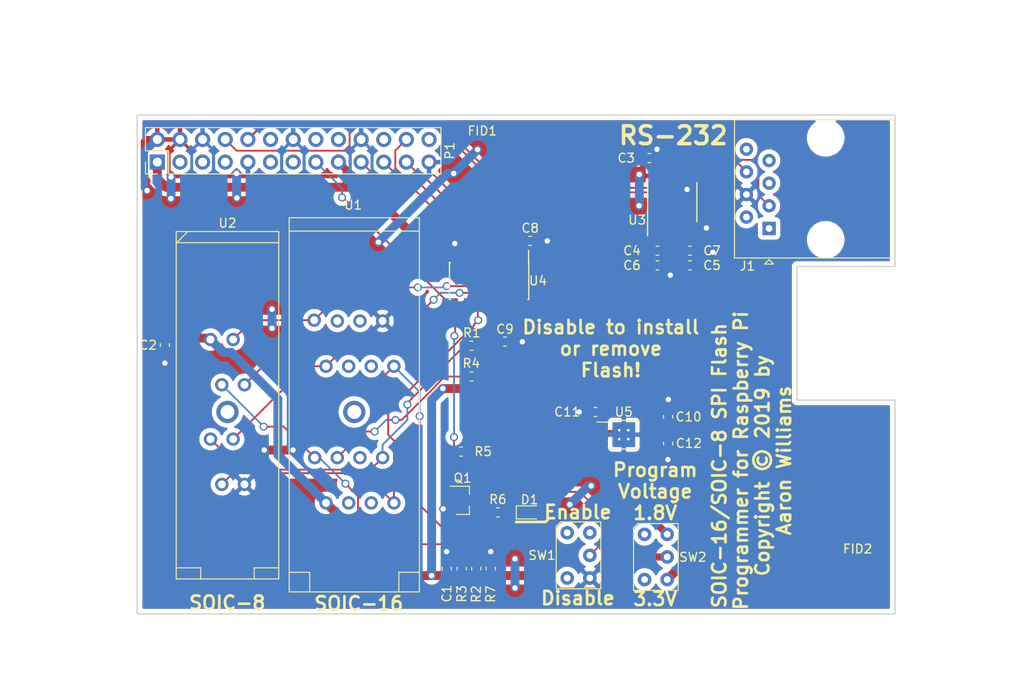
<source format=kicad_pcb>
(kicad_pcb (version 20171130) (host pcbnew 5.0.2-5.0.2)
  (title_block (title "Raspberry Pi SOIC-16 SPI Flash Programmer") (date 2019-01-12) (rev 1.1))
  (layers (0 F.Cu signal) (31 B.Cu signal) (35 F.Paste user) (36 B.SilkS user) (37 F.SilkS user) (38 B.Mask user) (39 F.Mask user) (44 Edge.Cuts user))
  (net 0 "")
  (net 1 +5V)
  (net 2 GND)
  (net 3 +3V3)
  (net 4 "/GPIO0(SDA)")
  (net 5 "/GPIO1(SCL)")
  (net 6 /GPIO4)
  (net 7 /TXD)
  (net 8 /RXD)
  (net 9 /GPIO17)
  (net 10 /GPIO18)
  (net 11 /GPIO21)
  (net 12 /GPIO22)
  (net 13 /GPIO23)
  (net 14 /GPIO24)
  (net 15 "/GPIO10(MOSI)")
  (net 16 "/GPIO9(MISO)")
  (net 17 /GPIO25)
  (net 18 "/GPIO11(SCLK)")
  (net 19 "/GPIO7(CE1)")
  (net 20 /FL_CS0)
  (net 21 "Net-(R2-Pad2)")
  (net 22 "Net-(R3-Pad2)")
  (net 23 "Net-(R4-Pad2)")
  (net 24 "Net-(U1-Pad4)")
  (net 25 "Net-(U1-Pad5)")
  (net 26 "Net-(U1-Pad6)")
  (net 27 "Net-(U1-Pad11)")
  (net 28 "Net-(U1-Pad12)")
  (net 29 "Net-(U1-Pad13)")
  (net 30 "Net-(U1-Pad14)")
  (net 31 "Net-(C4-Pad1)")
  (net 32 "Net-(C4-Pad2)")
  (net 33 "Net-(C5-Pad2)")
  (net 34 "Net-(C5-Pad1)")
  (net 35 "Net-(C6-Pad1)")
  (net 36 "Net-(C7-Pad1)")
  (net 37 "Net-(J1-Pad1)")
  (net 38 "Net-(J1-Pad2)")
  (net 39 "Net-(J1-Pad3)")
  (net 40 "Net-(J1-Pad5)")
  (net 41 "Net-(J1-Pad6)")
  (net 42 "Net-(J1-Pad7)")
  (net 43 "Net-(J1-Pad8)")
  (net 44 "Net-(U3-Pad7)")
  (net 45 "Net-(U3-Pad9)")
  (net 46 VPP)
  (net 47 +1V8)
  (net 48 /SCLK)
  (net 49 /MOSI)
  (net 50 /MISO)
  (net 51 "/GPIO8(CE0)")
  (net 52 "Net-(U4-Pad6)")
  (net 53 "Net-(U4-Pad9)")
  (net 54 "Net-(SW1-Pad1)")
  (net 55 "Net-(D1-Pad1)")
  (net 56 +3.3VP)
  (net 57 "Net-(U5-Pad3)")
  (net 58 "Net-(U5-Pad6)")
  (net 59 "Net-(Q1-Pad3)")
  (module Fiducial:Fiducial_Modern_CopperTop (layer F.Cu) (at 224.3 177.2)
    (fp_text reference FID2 (at 0 -3.5) (layer F.SilkS))
    (fp_text value FIDUCIAL_1MM)
    (fp_circle (center 0 0) (end 1.665 0) (layer F.Cu) (width 0.65))
  )
  (module Fiducial:Fiducial_Modern_CopperTop (layer F.Cu) (at 186.275 128.6)
    (fp_text reference FID1 (at -4.075 -1.825) (layer F.SilkS))
    (fp_text value FIDUCIAL_1MM)
    (fp_circle (center 0 0) (end 1.665 0) (layer F.Cu) (width 0.65))
  )
  (module Aaron:216-7224-55-1902 (layer F.Cu) (at 167.85 158.325 270)
    (fp_text reference U1 (at -23.225 0.125) (layer F.SilkS))
    (fp_text value MX25L25735)
    (pad 0 thru_hole circle (at 0 0 270) (size 2.5 2.5) (drill 1.57) (layers *.Cu *.Mask))
    (pad 1 thru_hole circle (at 5.13 4.445 270) (size 1.5 1.5) (drill 0.89) (layers *.Cu *.Mask) (net 22 "Net-(R3-Pad2)"))
    (pad 2 thru_hole circle (at 10.21 3.175 270) (size 1.5 1.5) (drill 0.89) (layers *.Cu *.Mask) (net 46 VPP))
    (pad 3 thru_hole circle (at 5.13 1.905 270) (size 1.5 1.5) (drill 0.89) (layers *.Cu *.Mask) (net 23 "Net-(R4-Pad2)"))
    (pad 4 thru_hole circle (at 10.21 0.635 270) (size 1.5 1.5) (drill 0.89) (layers *.Cu *.Mask) (net 24 "Net-(U1-Pad4)"))
    (pad 5 thru_hole circle (at 5.13 -0.635 270) (size 1.5 1.5) (drill 0.89) (layers *.Cu *.Mask) (net 25 "Net-(U1-Pad5)"))
    (pad 6 thru_hole circle (at 10.21 -1.905 270) (size 1.5 1.5) (drill 0.89) (layers *.Cu *.Mask) (net 26 "Net-(U1-Pad6)"))
    (pad 7 thru_hole circle (at 5.13 -3.175 270) (size 1.5 1.5) (drill 0.89) (layers *.Cu *.Mask) (net 20 /FL_CS0))
    (pad 8 thru_hole circle (at 10.21 -4.445 270) (size 1.5 1.5) (drill 0.89) (layers *.Cu *.Mask) (net 50 /MISO))
    (pad 9 thru_hole circle (at -5.13 -4.445 270) (size 1.5 1.5) (drill 0.89) (layers *.Cu *.Mask) (net 21 "Net-(R2-Pad2)"))
    (pad 10 thru_hole circle (at -10.21 -3.175 270) (size 1.5 1.5) (drill 0.89) (layers *.Cu *.Mask) (net 2 GND))
    (pad 11 thru_hole circle (at -5.13 -1.905 270) (size 1.5 1.5) (drill 0.89) (layers *.Cu *.Mask) (net 27 "Net-(U1-Pad11)"))
    (pad 12 thru_hole circle (at -10.21 -0.635 270) (size 1.5 1.5) (drill 0.89) (layers *.Cu *.Mask) (net 28 "Net-(U1-Pad12)"))
    (pad 13 thru_hole circle (at -5.13 0.635 270) (size 1.5 1.5) (drill 0.89) (layers *.Cu *.Mask) (net 29 "Net-(U1-Pad13)"))
    (pad 14 thru_hole circle (at -10.21 1.905 270) (size 1.5 1.5) (drill 0.89) (layers *.Cu *.Mask) (net 30 "Net-(U1-Pad14)"))
    (pad 15 thru_hole circle (at -5.13 3.175 270) (size 1.5 1.5) (drill 0.89) (layers *.Cu *.Mask) (net 49 /MOSI))
    (pad 16 thru_hole circle (at -10.3 4.5 270) (size 1.5 1.5) (drill 0.89) (layers *.Cu *.Mask) (net 48 /SCLK))
  )
  (module Aaron:208-7391-55-1902 (layer F.Cu) (at 153.625 158.325 270)
    (fp_text reference U2 (at -21.2 0) (layer F.SilkS))
    (fp_text value AT25SF081-SSHD-X)
    (pad 1 thru_hole circle (at 3.05 1.905 270) (size 1.5 1.5) (drill 0.89) (layers *.Cu *.Mask) (net 20 /FL_CS0))
    (pad 2 thru_hole circle (at 8.13 0.635 270) (size 1.5 1.5) (drill 0.89) (layers *.Cu *.Mask) (net 50 /MISO))
    (pad 3 thru_hole circle (at 3.05 -0.635 270) (size 1.5 1.5) (drill 0.89) (layers *.Cu *.Mask) (net 21 "Net-(R2-Pad2)"))
    (pad 4 thru_hole circle (at 8.13 -1.905 270) (size 1.5 1.5) (drill 0.89) (layers *.Cu *.Mask) (net 2 GND))
    (pad 5 thru_hole circle (at -3.05 -1.905 270) (size 1.5 1.5) (drill 0.89) (layers *.Cu *.Mask) (net 49 /MOSI))
    (pad 7 thru_hole circle (at -3.05 0.635 270) (size 1.5 1.5) (drill 0.89) (layers *.Cu *.Mask) (net 22 "Net-(R3-Pad2)"))
    (pad 6 thru_hole circle (at -8.13 -0.635 270) (size 1.5 1.5) (drill 0.89) (layers *.Cu *.Mask) (net 48 /SCLK))
    (pad 8 thru_hole circle (at -8.13 1.905 270) (size 1.5 1.5) (drill 0.89) (layers *.Cu *.Mask) (net 46 VPP))
    (pad 0 thru_hole circle (at 0 0 270) (size 2.5 2.5) (drill 1.57) (layers *.Cu *.Mask))
  )
  (module Package_TO_SOT_SMD:SOT-23 (layer F.Cu) (at 180 168.25)
    (fp_text reference Q1 (at 0 -2.5) (layer F.SilkS))
    (fp_text value BSS138)
    (pad 3 smd rect (at 1 0) (size 0.9 0.8) (layers F.Cu F.Paste F.Mask) (net 59 "Net-(Q1-Pad3)"))
    (pad 2 smd rect (at -1 0.95) (size 0.9 0.8) (layers F.Cu F.Paste F.Mask) (net 2 GND))
    (pad 1 smd rect (at -1 -0.95) (size 0.9 0.8) (layers F.Cu F.Paste F.Mask) (net 12 /GPIO22))
  )
  (module Capacitor_SMD:C_0603_1608Metric (layer F.Cu) (at 194.9 158.325 180)
    (fp_text reference C11 (at 3.175 0 180) (layer F.SilkS))
    (fp_text value 4.7uF)
    (pad 2 smd roundrect (at 0.7875 0 180) (size 0.875 0.95) (layers F.Cu F.Paste F.Mask) (net 2 GND))
    (pad 1 smd roundrect (at -0.7875 0 180) (size 0.875 0.95) (layers F.Cu F.Paste F.Mask) (net 1 +5V))
  )
  (module Package_SO:MSOP-8-1EP_3x3mm_P0.65mm_EP2.54x2.8mm_ThermalVias (layer F.Cu) (at 198.075 160.875)
    (fp_text reference U5 (at 0 -2.55) (layer F.SilkS))
    (fp_text value MIC5355-SGYMME)
    (pad 9 smd rect (at 0 0) (size 2.54 2.8) (layers B.Cu) (net 2 GND))
    (pad 9 thru_hole circle (at -0.5 -0.5) (size 0.6 0.6) (drill 0.3) (layers *.Cu *.Mask) (net 2 GND))
    (pad 9 thru_hole circle (at -0.5 0.5) (size 0.6 0.6) (drill 0.3) (layers *.Cu *.Mask) (net 2 GND))
    (pad 9 thru_hole circle (at 0.5 0.5) (size 0.6 0.6) (drill 0.3) (layers *.Cu *.Mask) (net 2 GND))
    (pad 9 thru_hole circle (at 0.5 -0.5) (size 0.6 0.6) (drill 0.3) (layers *.Cu *.Mask) (net 2 GND))
    (pad 5 smd rect (at 2.4 0.975) (size 1.26 0.4) (layers F.Cu F.Paste F.Mask) (net 12 /GPIO22))
    (pad 1 smd rect (at -2.4 -0.975) (size 1.26 0.4) (layers F.Cu F.Paste F.Mask) (net 1 +5V))
    (pad 4 smd rect (at -2.4 0.975) (size 1.26 0.4) (layers F.Cu F.Paste F.Mask) (net 12 /GPIO22))
    (pad 6 smd rect (at 2.4 0.325) (size 1.26 0.4) (layers F.Cu F.Paste F.Mask) (net 58 "Net-(U5-Pad6)"))
    (pad 2 smd rect (at -2.4 -0.325) (size 1.26 0.4) (layers F.Cu F.Paste F.Mask) (net 2 GND))
    (pad 3 smd rect (at -2.4 0.325) (size 1.26 0.4) (layers F.Cu F.Paste F.Mask) (net 57 "Net-(U5-Pad3)"))
    (pad 7 smd rect (at 2.4 -0.325) (size 1.26 0.4) (layers F.Cu F.Paste F.Mask) (net 47 +1V8))
    (pad 9 smd rect (at 0 0) (size 2.54 2.8) (layers F.Cu F.Mask) (net 2 GND))
    (pad 8 smd rect (at 2.4 -0.975) (size 1.26 0.4) (layers F.Cu F.Paste F.Mask) (net 56 +3.3VP))
  )
  (module Resistor_SMD:R_0603_1608Metric (layer F.Cu) (at 183.15 175.9 90)
    (fp_text reference R7 (at -2.875 0 90) (layer F.SilkS))
    (fp_text value 4.75K)
    (pad 2 smd roundrect (at 0.7875 0 90) (size 0.875 0.95) (layers F.Cu F.Paste F.Mask) (net 2 GND))
    (pad 1 smd roundrect (at -0.7875 0 90) (size 0.875 0.95) (layers F.Cu F.Paste F.Mask) (net 46 VPP))
  )
  (module LED_SMD:LED_0603_1608Metric (layer F.Cu) (at 187.5 169.6)
    (fp_text reference D1 (at 0 -1.43) (layer F.SilkS))
    (fp_text value LED)
    (pad 2 smd roundrect (at 0.7875 0) (size 0.875 0.95) (layers F.Cu F.Paste F.Mask) (net 1 +5V))
    (pad 1 smd roundrect (at -0.7875 0) (size 0.875 0.95) (layers F.Cu F.Paste F.Mask) (net 55 "Net-(D1-Pad1)"))
  )
  (module Resistor_SMD:R_0603_1608Metric (layer F.Cu) (at 183.95 169.6 180)
    (fp_text reference R6 (at 0 1.45 180) (layer F.SilkS))
    (fp_text value 560)
    (pad 2 smd roundrect (at 0.7875 0 180) (size 0.875 0.95) (layers F.Cu F.Paste F.Mask) (net 59 "Net-(Q1-Pad3)"))
    (pad 1 smd roundrect (at -0.7875 0 180) (size 0.875 0.95) (layers F.Cu F.Paste F.Mask) (net 55 "Net-(D1-Pad1)"))
  )
  (module Capacitor_SMD:C_0603_1608Metric (layer F.Cu) (at 203.05 161.875 270)
    (fp_text reference C12 (at -0.025 -2.325) (layer F.SilkS))
    (fp_text value 4.7uF)
    (pad 2 smd roundrect (at 0.7875 0 270) (size 0.875 0.95) (layers F.Cu F.Paste F.Mask) (net 2 GND))
    (pad 1 smd roundrect (at -0.7875 0 270) (size 0.875 0.95) (layers F.Cu F.Paste F.Mask) (net 47 +1V8))
  )
  (module Aaron:SW_STDP_CF-LD-1DC (layer F.Cu) (at 201.675 174.6)
    (fp_text reference SW2 (at 4.15 0.025) (layer F.SilkS))
    (fp_text value SW_SPDT)
    (pad 0 thru_hole circle (at -1.27 -2.54) (size 1.524 1.524) (drill 0.762) (layers *.Cu *.Mask))
    (pad 0 thru_hole circle (at -1.27 2.54) (size 1.524 1.524) (drill 0.762) (layers *.Cu *.Mask))
    (pad 3 thru_hole circle (at 1.27 2.54) (size 1.524 1.524) (drill 0.762) (layers *.Cu *.Mask) (net 56 +3.3VP))
    (pad 2 thru_hole circle (at 1.27 0) (size 1.524 1.524) (drill 0.762) (layers *.Cu *.Mask) (net 46 VPP))
    (pad 1 thru_hole circle (at 1.27 -2.54) (size 1.524 1.524) (drill 0.762) (layers *.Cu *.Mask) (net 47 +1V8))
  )
  (module Aaron:SW_STDP_CF-LD-1DC (layer F.Cu) (at 193 174.425)
    (fp_text reference SW1 (at -4.1 0) (layer F.SilkS))
    (fp_text value SW_SPDT)
    (pad 0 thru_hole circle (at -1.27 -2.54) (size 1.524 1.524) (drill 0.762) (layers *.Cu *.Mask))
    (pad 0 thru_hole circle (at -1.27 2.54) (size 1.524 1.524) (drill 0.762) (layers *.Cu *.Mask))
    (pad 3 thru_hole circle (at 1.27 2.54) (size 1.524 1.524) (drill 0.762) (layers *.Cu *.Mask) (net 2 GND))
    (pad 2 thru_hole circle (at 1.27 0) (size 1.524 1.524) (drill 0.762) (layers *.Cu *.Mask) (net 12 /GPIO22))
    (pad 1 thru_hole circle (at 1.27 -2.54) (size 1.524 1.524) (drill 0.762) (layers *.Cu *.Mask) (net 54 "Net-(SW1-Pad1)"))
  )
  (module Capacitor_SMD:C_0603_1608Metric (layer F.Cu) (at 203.05 158.875 90)
    (fp_text reference C10 (at 0 2.3 180) (layer F.SilkS))
    (fp_text value 4.7uF)
    (pad 2 smd roundrect (at 0.7875 0 90) (size 0.875 0.95) (layers F.Cu F.Paste F.Mask) (net 2 GND))
    (pad 1 smd roundrect (at -0.7875 0 90) (size 0.875 0.95) (layers F.Cu F.Paste F.Mask) (net 56 +3.3VP))
  )
  (module Capacitor_SMD:C_0603_1608Metric (layer F.Cu) (at 184.75 150.425)
    (fp_text reference C9 (at 0 -1.4) (layer F.SilkS))
    (fp_text value 0.1uF)
    (pad 2 smd roundrect (at 0.7875 0) (size 0.875 0.95) (layers F.Cu F.Paste F.Mask) (net 2 GND))
    (pad 1 smd roundrect (at -0.7875 0) (size 0.875 0.95) (layers F.Cu F.Paste F.Mask) (net 46 VPP))
  )
  (module Capacitor_SMD:C_0603_1608Metric (layer F.Cu) (at 187.575 139.125)
    (fp_text reference C8 (at 0 -1.43) (layer F.SilkS))
    (fp_text value 0.1uF)
    (pad 2 smd roundrect (at 0.7875 0) (size 0.875 0.95) (layers F.Cu F.Paste F.Mask) (net 2 GND))
    (pad 1 smd roundrect (at -0.7875 0) (size 0.875 0.95) (layers F.Cu F.Paste F.Mask) (net 3 +3V3))
  )
  (module Package_SO:SOIC-14_3.9x8.7mm_P1.27mm (layer F.Cu) (at 182.975 143.625 270)
    (fp_text reference U4 (at -0.025 -5.475) (layer F.SilkS))
    (fp_text value TXB0104D)
    (pad 14 smd rect (at 2.7 -3.81 270) (size 1.5 0.6) (layers F.Cu F.Paste F.Mask) (net 46 VPP))
    (pad 13 smd rect (at 2.7 -2.54 270) (size 1.5 0.6) (layers F.Cu F.Paste F.Mask) (net 48 /SCLK))
    (pad 12 smd rect (at 2.7 -1.27 270) (size 1.5 0.6) (layers F.Cu F.Paste F.Mask) (net 20 /FL_CS0))
    (pad 11 smd rect (at 2.7 0 270) (size 1.5 0.6) (layers F.Cu F.Paste F.Mask) (net 49 /MOSI))
    (pad 10 smd rect (at 2.7 1.27 270) (size 1.5 0.6) (layers F.Cu F.Paste F.Mask) (net 50 /MISO))
    (pad 9 smd rect (at 2.7 2.54 270) (size 1.5 0.6) (layers F.Cu F.Paste F.Mask) (net 53 "Net-(U4-Pad9)"))
    (pad 8 smd rect (at 2.7 3.81 270) (size 1.5 0.6) (layers F.Cu F.Paste F.Mask) (net 12 /GPIO22))
    (pad 7 smd rect (at -2.7 3.81 270) (size 1.5 0.6) (layers F.Cu F.Paste F.Mask) (net 2 GND))
    (pad 6 smd rect (at -2.7 2.54 270) (size 1.5 0.6) (layers F.Cu F.Paste F.Mask) (net 52 "Net-(U4-Pad6)"))
    (pad 5 smd rect (at -2.7 1.27 270) (size 1.5 0.6) (layers F.Cu F.Paste F.Mask) (net 15 "/GPIO10(MOSI)"))
    (pad 4 smd rect (at -2.7 0 270) (size 1.5 0.6) (layers F.Cu F.Paste F.Mask) (net 16 "/GPIO9(MISO)"))
    (pad 3 smd rect (at -2.7 -1.27 270) (size 1.5 0.6) (layers F.Cu F.Paste F.Mask) (net 51 "/GPIO8(CE0)"))
    (pad 2 smd rect (at -2.7 -2.54 270) (size 1.5 0.6) (layers F.Cu F.Paste F.Mask) (net 18 "/GPIO11(SCLK)"))
    (pad 1 smd rect (at -2.7 -3.81 270) (size 1.5 0.6) (layers F.Cu F.Paste F.Mask) (net 3 +3V3))
  )
  (module Resistor_SMD:R_0603_1608Metric (layer F.Cu) (at 179.825 162.775 180)
    (fp_text reference R5 (at -2.475 0) (layer F.SilkS))
    (fp_text value 4.75K)
    (pad 2 smd roundrect (at 0.7875 0 180) (size 0.875 0.95) (layers F.Cu F.Paste F.Mask) (net 12 /GPIO22))
    (pad 1 smd roundrect (at -0.7875 0 180) (size 0.875 0.95) (layers F.Cu F.Paste F.Mask) (net 3 +3V3))
  )
  (module Capacitor_SMD:C_0603_1608Metric (layer F.Cu) (at 205.5 140.225)
    (fp_text reference C7 (at 2.475 0) (layer F.SilkS))
    (fp_text value 0.1uF)
    (pad 2 smd roundrect (at 0.7875 0) (size 0.875 0.95) (layers F.Cu F.Paste F.Mask) (net 2 GND))
    (pad 1 smd roundrect (at -0.7875 0) (size 0.875 0.95) (layers F.Cu F.Paste F.Mask) (net 36 "Net-(C7-Pad1)"))
  )
  (module Capacitor_SMD:C_0603_1608Metric (layer F.Cu) (at 201.85 141.875)
    (fp_text reference C6 (at -2.85 0) (layer F.SilkS))
    (fp_text value 0.1uF)
    (pad 2 smd roundrect (at 0.7875 0) (size 0.875 0.95) (layers F.Cu F.Paste F.Mask) (net 2 GND))
    (pad 1 smd roundrect (at -0.7875 0) (size 0.875 0.95) (layers F.Cu F.Paste F.Mask) (net 35 "Net-(C6-Pad1)"))
  )
  (module Capacitor_SMD:C_0603_1608Metric (layer F.Cu) (at 205.5 141.875)
    (fp_text reference C5 (at 2.475 0) (layer F.SilkS))
    (fp_text value 0.1uF)
    (pad 2 smd roundrect (at 0.7875 0) (size 0.875 0.95) (layers F.Cu F.Paste F.Mask) (net 33 "Net-(C5-Pad2)"))
    (pad 1 smd roundrect (at -0.7875 0) (size 0.875 0.95) (layers F.Cu F.Paste F.Mask) (net 34 "Net-(C5-Pad1)"))
  )
  (module Capacitor_SMD:C_0603_1608Metric (layer F.Cu) (at 201.85 140.225)
    (fp_text reference C4 (at -2.85 0) (layer F.SilkS))
    (fp_text value 0.1uF)
    (pad 2 smd roundrect (at 0.7875 0) (size 0.875 0.95) (layers F.Cu F.Paste F.Mask) (net 32 "Net-(C4-Pad2)"))
    (pad 1 smd roundrect (at -0.7875 0) (size 0.875 0.95) (layers F.Cu F.Paste F.Mask) (net 31 "Net-(C4-Pad1)"))
  )
  (module Capacitor_SMD:C_0603_1608Metric (layer F.Cu) (at 200.95 129.825)
    (fp_text reference C3 (at -2.6 0) (layer F.SilkS))
    (fp_text value 0.1uF)
    (pad 2 smd roundrect (at 0.7875 0) (size 0.875 0.95) (layers F.Cu F.Paste F.Mask) (net 2 GND))
    (pad 1 smd roundrect (at -0.7875 0) (size 0.875 0.95) (layers F.Cu F.Paste F.Mask) (net 1 +5V))
  )
  (module Capacitor_SMD:C_0603_1608Metric (layer F.Cu) (at 178.225 175.9 90)
    (fp_text reference C1 (at -2.825 0 90) (layer F.SilkS))
    (fp_text value 0.1uF)
    (pad 2 smd roundrect (at 0.7875 0 90) (size 0.875 0.95) (layers F.Cu F.Paste F.Mask) (net 2 GND))
    (pad 1 smd roundrect (at -0.7875 0 90) (size 0.875 0.95) (layers F.Cu F.Paste F.Mask) (net 46 VPP))
  )
  (module Package_SO:TSSOP-16_4.4x5mm_P0.65mm (layer F.Cu) (at 203.55 134.775 90)
    (fp_text reference U3 (at -2 -3.975) (layer F.SilkS))
    (fp_text value MAX3232)
    (pad 16 smd rect (at 2.95 -2.275 90) (size 1.5 0.45) (layers F.Cu F.Paste F.Mask) (net 1 +5V))
    (pad 15 smd rect (at 2.95 -1.625 90) (size 1.5 0.45) (layers F.Cu F.Paste F.Mask) (net 2 GND))
    (pad 14 smd rect (at 2.95 -0.975 90) (size 1.5 0.45) (layers F.Cu F.Paste F.Mask) (net 39 "Net-(J1-Pad3)"))
    (pad 13 smd rect (at 2.95 -0.325 90) (size 1.5 0.45) (layers F.Cu F.Paste F.Mask) (net 41 "Net-(J1-Pad6)"))
    (pad 12 smd rect (at 2.95 0.325 90) (size 1.5 0.45) (layers F.Cu F.Paste F.Mask) (net 8 /RXD))
    (pad 11 smd rect (at 2.95 0.975 90) (size 1.5 0.45) (layers F.Cu F.Paste F.Mask) (net 7 /TXD))
    (pad 10 smd rect (at 2.95 1.625 90) (size 1.5 0.45) (layers F.Cu F.Paste F.Mask) (net 2 GND))
    (pad 9 smd rect (at 2.95 2.275 90) (size 1.5 0.45) (layers F.Cu F.Paste F.Mask) (net 45 "Net-(U3-Pad9)"))
    (pad 8 smd rect (at -2.95 2.275 90) (size 1.5 0.45) (layers F.Cu F.Paste F.Mask) (net 2 GND))
    (pad 7 smd rect (at -2.95 1.625 90) (size 1.5 0.45) (layers F.Cu F.Paste F.Mask) (net 44 "Net-(U3-Pad7)"))
    (pad 6 smd rect (at -2.95 0.975 90) (size 1.5 0.45) (layers F.Cu F.Paste F.Mask) (net 36 "Net-(C7-Pad1)"))
    (pad 5 smd rect (at -2.95 0.325 90) (size 1.5 0.45) (layers F.Cu F.Paste F.Mask) (net 33 "Net-(C5-Pad2)"))
    (pad 4 smd rect (at -2.95 -0.325 90) (size 1.5 0.45) (layers F.Cu F.Paste F.Mask) (net 34 "Net-(C5-Pad1)"))
    (pad 3 smd rect (at -2.95 -0.975 90) (size 1.5 0.45) (layers F.Cu F.Paste F.Mask) (net 32 "Net-(C4-Pad2)"))
    (pad 2 smd rect (at -2.95 -1.625 90) (size 1.5 0.45) (layers F.Cu F.Paste F.Mask) (net 35 "Net-(C6-Pad1)"))
    (pad 1 smd rect (at -2.95 -2.275 90) (size 1.5 0.45) (layers F.Cu F.Paste F.Mask) (net 31 "Net-(C4-Pad1)"))
  )
  (module Connector_RJ:RJ45_Amphenol_54602-x08_Horizontal (layer F.Cu) (at 214.375 137.725 90)
    (fp_text reference J1 (at -4.225 -2.425 180) (layer F.SilkS))
    (fp_text value RJ45)
    (pad 8 thru_hole circle (at 8.89 -2.54 90) (size 1.5 1.5) (drill 0.76) (layers *.Cu *.Mask) (net 43 "Net-(J1-Pad8)"))
    (pad 7 thru_hole circle (at 7.62 0 90) (size 1.5 1.5) (drill 0.76) (layers *.Cu *.Mask) (net 42 "Net-(J1-Pad7)"))
    (pad 6 thru_hole circle (at 6.35 -2.54 90) (size 1.5 1.5) (drill 0.76) (layers *.Cu *.Mask) (net 41 "Net-(J1-Pad6)"))
    (pad 5 thru_hole circle (at 5.08 0 90) (size 1.5 1.5) (drill 0.76) (layers *.Cu *.Mask) (net 40 "Net-(J1-Pad5)"))
    (pad 4 thru_hole circle (at 3.81 -2.54 90) (size 1.5 1.5) (drill 0.76) (layers *.Cu *.Mask) (net 2 GND))
    (pad 3 thru_hole circle (at 2.54 0 90) (size 1.5 1.5) (drill 0.76) (layers *.Cu *.Mask) (net 39 "Net-(J1-Pad3)"))
    (pad 2 thru_hole circle (at 1.27 -2.54 90) (size 1.5 1.5) (drill 0.76) (layers *.Cu *.Mask) (net 38 "Net-(J1-Pad2)"))
    (pad 1 thru_hole rect (at 0 0 90) (size 1.5 1.5) (drill 0.76) (layers *.Cu *.Mask) (net 37 "Net-(J1-Pad1)"))
    (pad "" np_thru_hole circle (at -1.27 6.35 90) (size 3.2 3.2) (drill 3.2) (layers *.Cu *.Mask))
    (pad "" np_thru_hole circle (at 10.16 6.35 90) (size 3.2 3.2) (drill 3.2) (layers *.Cu *.Mask))
  )
  (module Capacitor_SMD:C_0603_1608Metric (layer F.Cu) (at 146.6 150.825 270)
    (fp_text reference C2 (at 0 1.875) (layer F.SilkS))
    (fp_text value 0.1uF)
    (pad 2 smd roundrect (at 0.7875 0 270) (size 0.875 0.95) (layers F.Cu F.Paste F.Mask) (net 2 GND))
    (pad 1 smd roundrect (at -0.7875 0 270) (size 0.875 0.95) (layers F.Cu F.Paste F.Mask) (net 46 VPP))
  )
  (module Resistor_SMD:R_0603_1608Metric (layer F.Cu) (at 181 154.35 180)
    (fp_text reference R4 (at 0.025 1.475 180) (layer F.SilkS))
    (fp_text value 4.75K)
    (pad 2 smd roundrect (at 0.7875 0 180) (size 0.875 0.95) (layers F.Cu F.Paste F.Mask) (net 23 "Net-(R4-Pad2)"))
    (pad 1 smd roundrect (at -0.7875 0 180) (size 0.875 0.95) (layers F.Cu F.Paste F.Mask) (net 46 VPP))
  )
  (module Resistor_SMD:R_0603_1608Metric (layer F.Cu) (at 179.9 175.9 90)
    (fp_text reference R3 (at -2.85 0 90) (layer F.SilkS))
    (fp_text value 4.75K)
    (pad 2 smd roundrect (at 0.7875 0 90) (size 0.875 0.95) (layers F.Cu F.Paste F.Mask) (net 22 "Net-(R3-Pad2)"))
    (pad 1 smd roundrect (at -0.7875 0 90) (size 0.875 0.95) (layers F.Cu F.Paste F.Mask) (net 46 VPP))
  )
  (module Resistor_SMD:R_0603_1608Metric (layer F.Cu) (at 181.525 175.9 90)
    (fp_text reference R2 (at -2.875 0 90) (layer F.SilkS))
    (fp_text value 4.75K)
    (pad 2 smd roundrect (at 0.7875 0 90) (size 0.875 0.95) (layers F.Cu F.Paste F.Mask) (net 21 "Net-(R2-Pad2)"))
    (pad 1 smd roundrect (at -0.7875 0 90) (size 0.875 0.95) (layers F.Cu F.Paste F.Mask) (net 46 VPP))
  )
  (module Resistor_SMD:R_0603_1608Metric (layer F.Cu) (at 181 150.9 180)
    (fp_text reference R1 (at -0.025 1.45 180) (layer F.SilkS))
    (fp_text value 4.75K)
    (pad 2 smd roundrect (at 0.7875 0 180) (size 0.875 0.95) (layers F.Cu F.Paste F.Mask) (net 20 /FL_CS0))
    (pad 1 smd roundrect (at -0.7875 0 180) (size 0.875 0.95) (layers F.Cu F.Paste F.Mask) (net 46 VPP))
  )
  (module Connector_PinHeader_2.54mm:PinHeader_2x13_P2.54mm_Vertical (layer F.Cu) (at 145.75536 130.27914 90)
    (fp_text reference P1 (at 1.27 32.80664 270) (layer F.SilkS))
    (fp_text value CONN_13X2)
    (pad 26 thru_hole oval (at 2.54 30.48 90) (size 1.7 1.7) (drill 1) (layers *.Cu *.Mask) (net 19 "/GPIO7(CE1)"))
    (pad 25 thru_hole oval (at 0 30.48 90) (size 1.7 1.7) (drill 1) (layers *.Cu *.Mask) (net 2 GND))
    (pad 24 thru_hole oval (at 2.54 27.94 90) (size 1.7 1.7) (drill 1) (layers *.Cu *.Mask) (net 51 "/GPIO8(CE0)"))
    (pad 23 thru_hole oval (at 0 27.94 90) (size 1.7 1.7) (drill 1) (layers *.Cu *.Mask) (net 18 "/GPIO11(SCLK)"))
    (pad 22 thru_hole oval (at 2.54 25.4 90) (size 1.7 1.7) (drill 1) (layers *.Cu *.Mask) (net 17 /GPIO25))
    (pad 21 thru_hole oval (at 0 25.4 90) (size 1.7 1.7) (drill 1) (layers *.Cu *.Mask) (net 16 "/GPIO9(MISO)"))
    (pad 20 thru_hole oval (at 2.54 22.86 90) (size 1.7 1.7) (drill 1) (layers *.Cu *.Mask) (net 2 GND))
    (pad 19 thru_hole oval (at 0 22.86 90) (size 1.7 1.7) (drill 1) (layers *.Cu *.Mask) (net 15 "/GPIO10(MOSI)"))
    (pad 18 thru_hole oval (at 2.54 20.32 90) (size 1.7 1.7) (drill 1) (layers *.Cu *.Mask) (net 14 /GPIO24))
    (pad 17 thru_hole oval (at 0 20.32 90) (size 1.7 1.7) (drill 1) (layers *.Cu *.Mask) (net 3 +3V3))
    (pad 16 thru_hole oval (at 2.54 17.78 90) (size 1.7 1.7) (drill 1) (layers *.Cu *.Mask) (net 13 /GPIO23))
    (pad 15 thru_hole oval (at 0 17.78 90) (size 1.7 1.7) (drill 1) (layers *.Cu *.Mask) (net 12 /GPIO22))
    (pad 14 thru_hole oval (at 2.54 15.24 90) (size 1.7 1.7) (drill 1) (layers *.Cu *.Mask) (net 2 GND))
    (pad 13 thru_hole oval (at 0 15.24 90) (size 1.7 1.7) (drill 1) (layers *.Cu *.Mask) (net 11 /GPIO21))
    (pad 12 thru_hole oval (at 2.54 12.7 90) (size 1.7 1.7) (drill 1) (layers *.Cu *.Mask) (net 10 /GPIO18))
    (pad 11 thru_hole oval (at 0 12.7 90) (size 1.7 1.7) (drill 1) (layers *.Cu *.Mask) (net 9 /GPIO17))
    (pad 10 thru_hole oval (at 2.54 10.16 90) (size 1.7 1.7) (drill 1) (layers *.Cu *.Mask) (net 8 /RXD))
    (pad 9 thru_hole oval (at 0 10.16 90) (size 1.7 1.7) (drill 1) (layers *.Cu *.Mask) (net 2 GND))
    (pad 8 thru_hole oval (at 2.54 7.62 90) (size 1.7 1.7) (drill 1) (layers *.Cu *.Mask) (net 7 /TXD))
    (pad 7 thru_hole oval (at 0 7.62 90) (size 1.7 1.7) (drill 1) (layers *.Cu *.Mask) (net 6 /GPIO4))
    (pad 6 thru_hole oval (at 2.54 5.08 90) (size 1.7 1.7) (drill 1) (layers *.Cu *.Mask) (net 2 GND))
    (pad 5 thru_hole oval (at 0 5.08 90) (size 1.7 1.7) (drill 1) (layers *.Cu *.Mask) (net 5 "/GPIO1(SCL)"))
    (pad 4 thru_hole oval (at 2.54 2.54 90) (size 1.7 1.7) (drill 1) (layers *.Cu *.Mask) (net 1 +5V))
    (pad 3 thru_hole oval (at 0 2.54 90) (size 1.7 1.7) (drill 1) (layers *.Cu *.Mask) (net 4 "/GPIO0(SDA)"))
    (pad 2 thru_hole oval (at 2.54 0 90) (size 1.7 1.7) (drill 1) (layers *.Cu *.Mask) (net 1 +5V))
    (pad 1 thru_hole rect (at 0 0 90) (size 1.7 1.7) (drill 1) (layers *.Cu *.Mask) (net 3 +3V3))
  )
  (gr_line (start 189.3 170.675) (end 189.575 170.4) (layer F.SilkS) (width 0.3))
  (gr_line (start 186 170.675) (end 189.3 170.675) (layer F.SilkS) (width 0.3))
  (gr_text "Disable to install\nor remove\nFlash!" (at 196.625 151.225) (layer F.SilkS) (effects (font (size 1.5 1.5) (thickness 0.3))))
  (gr_text "Program\nVoltage\n1.8V\n\n\n\n3.3V" (at 201.6 172.075) (layer F.SilkS) (effects (font (size 1.5 1.5) (thickness 0.3))))
  (gr_text "Enable\n\n\n\nDisable" (at 192.925 174.4) (layer F.SilkS) (effects (font (size 1.5 1.5) (thickness 0.3))))
  (gr_text RS-232 (at 203.625 127.3) (layer F.SilkS) (effects (font (size 2 2) (thickness 0.4))))
  (gr_text SOIC-8 (at 153.6 179.75) (layer F.SilkS) (effects (font (size 1.5 1.5) (thickness 0.3))))
  (gr_text SOIC-16 (at 168.35 179.825) (layer F.SilkS) (effects (font (size 1.5 1.5) (thickness 0.3))))
  (gr_text "SOIC-16/SOIC-8 SPI Flash \nProgrammer for Raspberry Pi\nCopyright © 2019 by \nAaron Williams" (at 212.425 163.775 90) (layer F.SilkS) (effects (font (size 1.5 1.5) (thickness 0.3))))
  (gr_line (start 228.5 142) (end 228.5 125) (angle 90) (layer Edge.Cuts) (width 0.15))
  (gr_line (start 217.5 142) (end 228.5 142) (angle 90) (layer Edge.Cuts) (width 0.15))
  (gr_line (start 217.5 157) (end 217.5 142) (angle 90) (layer Edge.Cuts) (width 0.15))
  (gr_line (start 228.5 157) (end 217.5 157) (angle 90) (layer Edge.Cuts) (width 0.15))
  (gr_line (start 228.5 181) (end 228.5 157) (angle 90) (layer Edge.Cuts) (width 0.15))
  (gr_line (start 228.5 125) (end 143.5 125) (angle 90) (layer Edge.Cuts) (width 0.15))
  (gr_line (start 143.5 181) (end 228.5 181) (angle 90) (layer Edge.Cuts) (width 0.15))
  (gr_line (start 143.5 125) (end 143.5 181) (angle 90) (layer Edge.Cuts) (width 0.15))
  (segment (start 145.75536 127.73914) (end 144.553279 127.73914) (width 0.8) (layer F.Cu) (net 1))
  (segment (start 144.305359 127.98706) (end 144.305359 132.080359) (width 0.8) (layer F.Cu) (net 1))
  (segment (start 144.553279 127.73914) (end 144.305359 127.98706) (width 0.8) (layer F.Cu) (net 1))
  (segment (start 144.305359 132.080359) (end 144.6 132.375) (width 0.8) (layer F.Cu) (net 1))
  (segment (start 201.275 130.9375) (end 200.1625 129.825) (width 0.4) (layer F.Cu) (net 1))
  (segment (start 201.275 131.825) (end 201.275 130.9375) (width 0.4) (layer F.Cu) (net 1))
  (via (at 199.825 131.675) (size 0.9) (drill 0.6) (layers F.Cu B.Cu) (net 1))
  (via (at 199.8 135.175) (size 0.9) (drill 0.6) (layers F.Cu B.Cu) (net 1))
  (segment (start 199.825 131.675) (end 199.825 135.15) (width 1) (layer B.Cu) (net 1))
  (segment (start 199.825 135.15) (end 199.8 135.175) (width 1) (layer B.Cu) (net 1))
  (via (at 179 131.55) (size 0.9) (drill 0.6) (layers F.Cu B.Cu) (net 1))
  (via (at 181.675 128.875) (size 0.9) (drill 0.6) (layers F.Cu B.Cu) (net 1))
  (segment (start 179 131.55) (end 181.675 128.875) (width 1) (layer B.Cu) (net 1))
  (via (at 170.554063 139.274738) (size 0.9) (drill 0.6) (layers F.Cu B.Cu) (net 1))
  (segment (start 179 131.55) (end 178.278801 131.55) (width 1) (layer B.Cu) (net 1))
  (segment (start 171.004062 138.824739) (end 170.554063 139.274738) (width 1) (layer B.Cu) (net 1))
  (segment (start 178.278801 131.55) (end 171.004062 138.824739) (width 1) (layer B.Cu) (net 1))
  (segment (start 144.905361 128.589139) (end 144.760861 128.589139) (width 0.8) (layer B.Cu) (net 1))
  (segment (start 145.75536 127.73914) (end 144.905361 128.589139) (width 0.8) (layer B.Cu) (net 1))
  (via (at 144.6 133.475) (size 0.9) (drill 0.6) (layers F.Cu B.Cu) (net 1))
  (segment (start 144.305359 133.180359) (end 144.6 133.475) (width 0.8) (layer B.Cu) (net 1))
  (segment (start 144.760861 128.589139) (end 144.305359 129.044641) (width 0.8) (layer B.Cu) (net 1))
  (segment (start 144.305359 129.044641) (end 144.305359 133.180359) (width 0.8) (layer B.Cu) (net 1))
  (via (at 147.3 131.95) (size 0.9) (drill 0.6) (layers F.Cu B.Cu) (net 1))
  (segment (start 147.070359 131.720359) (end 147.3 131.95) (width 0.35) (layer F.Cu) (net 1))
  (segment (start 148.29536 127.73914) (end 147.070359 128.964141) (width 0.35) (layer F.Cu) (net 1))
  (segment (start 147.070359 128.964141) (end 147.070359 131.720359) (width 0.35) (layer F.Cu) (net 1))
  (via (at 147.275 134.375) (size 0.9) (drill 0.6) (layers F.Cu B.Cu) (net 1))
  (segment (start 147.3 131.95) (end 147.3 134.35) (width 1) (layer B.Cu) (net 1))
  (segment (start 147.3 134.35) (end 147.275 134.375) (width 1) (layer B.Cu) (net 1))
  (segment (start 148.29536 127.73914) (end 149.610359 129.054139) (width 0.35) (layer F.Cu) (net 1))
  (segment (start 149.610359 129.054139) (end 149.625 131.725) (width 0.3) (layer F.Cu) (net 1))
  (via (at 154.65 131.55) (size 0.9) (drill 0.6) (layers F.Cu B.Cu) (net 1))
  (via (at 154.675 134.3) (size 0.9) (drill 0.6) (layers F.Cu B.Cu) (net 1))
  (segment (start 154.65 131.55) (end 154.65 134.275) (width 1) (layer B.Cu) (net 1))
  (segment (start 154.65 134.275) (end 154.675 134.3) (width 1) (layer B.Cu) (net 1))
  (via (at 194.425 166.625) (size 0.9) (drill 0.6) (layers F.Cu B.Cu) (net 1))
  (via (at 192.025 168.725) (size 0.9) (drill 0.6) (layers F.Cu B.Cu) (net 1))
  (segment (start 194.425 166.625) (end 194.125 166.625) (width 1) (layer B.Cu) (net 1))
  (segment (start 194.125 166.625) (end 192.025 168.725) (width 1) (layer B.Cu) (net 1))
  (via (at 185.875 174.825) (size 0.9) (drill 0.6) (layers F.Cu B.Cu) (net 1))
  (via (at 185.875 178.075) (size 0.9) (drill 0.6) (layers F.Cu B.Cu) (net 1))
  (segment (start 185.875 174.825) (end 185.875 178.075) (width 1) (layer B.Cu) (net 1))
  (via (at 158.625 146.8) (size 0.9) (drill 0.6) (layers F.Cu B.Cu) (net 1))
  (via (at 158.625 148.925) (size 0.9) (drill 0.6) (layers F.Cu B.Cu) (net 1))
  (segment (start 158.625 146.8) (end 158.625 148.925) (width 1) (layer B.Cu) (net 1))
  (segment (start 201.925 130.05) (end 201.7 129.825) (width 0.25) (layer F.Cu) (net 2))
  (segment (start 201.925 131.825) (end 201.925 130.05) (width 0.25) (layer F.Cu) (net 2))
  (via (at 201.79999 128.832071) (size 0.9) (drill 0.6) (layers F.Cu B.Cu) (net 2))
  (segment (start 201.7 129.825) (end 201.7 128.932061) (width 0.25) (layer F.Cu) (net 2))
  (segment (start 201.7 128.932061) (end 201.79999 128.832071) (width 0.25) (layer F.Cu) (net 2))
  (via (at 207.35 137.675) (size 0.9) (drill 0.6) (layers F.Cu B.Cu) (net 2))
  (segment (start 205.825 137.725) (end 207.3 137.725) (width 0.25) (layer F.Cu) (net 2))
  (segment (start 207.3 137.725) (end 207.35 137.675) (width 0.25) (layer F.Cu) (net 2))
  (segment (start 205.9 137.8) (end 205.825 137.725) (width 0.25) (layer F.Cu) (net 2))
  (segment (start 202.6 141.875) (end 202.6 142.275) (width 0.2) (layer F.Cu) (net 2))
  (via (at 203.3 142.975) (size 0.9) (drill 0.6) (layers F.Cu B.Cu) (net 2))
  (segment (start 202.6 142.275) (end 203.3 142.975) (width 0.2) (layer F.Cu) (net 2))
  (segment (start 205.825 139.7625) (end 206.2875 140.225) (width 0.2) (layer F.Cu) (net 2))
  (segment (start 205.825 137.725) (end 205.825 139.7625) (width 0.2) (layer F.Cu) (net 2))
  (via (at 203.075 156.925) (size 0.9) (drill 0.6) (layers F.Cu B.Cu) (net 2))
  (segment (start 203.05 158.0875) (end 203.05 156.95) (width 0.5) (layer F.Cu) (net 2))
  (segment (start 203.05 156.95) (end 203.075 156.925) (width 0.5) (layer F.Cu) (net 2))
  (segment (start 197.75 160.55) (end 198.075 160.875) (width 0.4) (layer F.Cu) (net 2))
  (segment (start 195.675 160.55) (end 197.75 160.55) (width 0.4) (layer F.Cu) (net 2))
  (via (at 203.025 163.675) (size 0.9) (drill 0.6) (layers F.Cu B.Cu) (net 2))
  (segment (start 203.05 162.6625) (end 203.05 163.65) (width 0.5) (layer F.Cu) (net 2))
  (segment (start 203.05 163.65) (end 203.025 163.675) (width 0.5) (layer F.Cu) (net 2))
  (segment (start 206.4625 140.4) (end 206.2875 140.225) (width 0.5) (layer F.Cu) (net 2))
  (segment (start 194.1125 158.325) (end 193.075 158.325) (width 0.5) (layer F.Cu) (net 2))
  (segment (start 208.075 140.4) (end 208.075 140.4) (width 0.5) (layer F.Cu) (net 2))
  (via (at 193.075 158.325) (size 0.9) (drill 0.6) (layers F.Cu B.Cu) (net 2))
  (segment (start 194.645 160.55) (end 194.1125 160.0175) (width 0.4) (layer F.Cu) (net 2))
  (segment (start 194.1125 160.0175) (end 194.1125 158.325) (width 0.4) (layer F.Cu) (net 2))
  (segment (start 195.675 160.55) (end 194.645 160.55) (width 0.4) (layer F.Cu) (net 2))
  (via (at 177.825 169.2) (size 0.9) (drill 0.6) (layers F.Cu B.Cu) (net 2))
  (segment (start 179 169.2) (end 177.825 169.2) (width 0.5) (layer F.Cu) (net 2))
  (segment (start 208.075 140.4) (end 206.4625 140.4) (width 0.5) (layer F.Cu) (net 2))
  (via (at 208.075 140.4) (size 0.9) (drill 0.6) (layers F.Cu B.Cu) (net 2))
  (via (at 205.175 133.35) (size 0.9) (drill 0.6) (layers F.Cu B.Cu) (net 2))
  (segment (start 205.175 131.825) (end 205.175 133.35) (width 0.2) (layer F.Cu) (net 2))
  (via (at 189.5 139.125) (size 0.9) (drill 0.6) (layers F.Cu B.Cu) (net 2))
  (segment (start 188.3625 139.125) (end 189.5 139.125) (width 1) (layer F.Cu) (net 2))
  (via (at 179.125 139.425) (size 0.9) (drill 0.6) (layers F.Cu B.Cu) (net 2))
  (segment (start 179.165 140.925) (end 179.165 139.465) (width 0.4) (layer F.Cu) (net 2))
  (segment (start 179.165 139.465) (end 179.125 139.425) (width 0.4) (layer F.Cu) (net 2))
  (via (at 183.15 174) (size 0.9) (drill 0.6) (layers F.Cu B.Cu) (net 2))
  (segment (start 183.15 175.1125) (end 183.15 174) (width 1) (layer F.Cu) (net 2))
  (via (at 186.7 150.45) (size 0.9) (drill 0.6) (layers F.Cu B.Cu) (net 2))
  (segment (start 185.525 150.425) (end 186.675 150.425) (width 1) (layer F.Cu) (net 2))
  (segment (start 186.675 150.425) (end 186.7 150.45) (width 1) (layer F.Cu) (net 2))
  (segment (start 160.99536 127.73914) (end 159.7 129.0345) (width 0.35) (layer B.Cu) (net 2))
  (segment (start 159.7 129.0345) (end 159.7 131.55) (width 0.35) (layer B.Cu) (net 2))
  (segment (start 152.060361 128.964141) (end 152.060361 131.939639) (width 0.35) (layer B.Cu) (net 2))
  (segment (start 150.83536 127.73914) (end 152.060361 128.964141) (width 0.35) (layer B.Cu) (net 2))
  (segment (start 149.610359 128.964141) (end 149.610359 131.939641) (width 0.3) (layer B.Cu) (net 2))
  (segment (start 150.83536 127.73914) (end 149.610359 128.964141) (width 0.35) (layer B.Cu) (net 2))
  (segment (start 162.220361 128.964141) (end 162.220361 131.704639) (width 0.35) (layer B.Cu) (net 2))
  (segment (start 160.99536 127.73914) (end 162.220361 128.964141) (width 0.35) (layer B.Cu) (net 2))
  (segment (start 167.390359 128.964141) (end 167.390359 131.640359) (width 0.35) (layer B.Cu) (net 2))
  (segment (start 168.61536 127.73914) (end 167.390359 128.964141) (width 0.35) (layer B.Cu) (net 2))
  (segment (start 169.840361 128.964141) (end 169.840361 131.615361) (width 0.35) (layer B.Cu) (net 2))
  (segment (start 168.61536 127.73914) (end 169.840361 128.964141) (width 0.35) (layer B.Cu) (net 2))
  (via (at 178.2 174) (size 0.9) (drill 0.6) (layers F.Cu B.Cu) (net 2))
  (segment (start 178.225 175.0875) (end 178.225 174.025) (width 1) (layer F.Cu) (net 2))
  (segment (start 178.225 174.025) (end 178.2 174) (width 1) (layer F.Cu) (net 2))
  (via (at 146.6 152.85) (size 0.9) (drill 0.6) (layers F.Cu B.Cu) (net 2))
  (segment (start 146.6 151.6125) (end 146.6 152.85) (width 1) (layer F.Cu) (net 2))
  (via (at 160.975 162.6) (size 0.9) (drill 0.6) (layers F.Cu B.Cu) (net 2))
  (via (at 157.75 162.6) (size 0.9) (drill 0.6) (layers F.Cu B.Cu) (net 2))
  (segment (start 160.975 162.6) (end 157.75 162.6) (width 1) (layer F.Cu) (net 2))
  (segment (start 186.785 142.675) (end 186.785 140.925) (width 1) (layer F.Cu) (net 3))
  (segment (start 186.035 143.425) (end 186.785 142.675) (width 1) (layer F.Cu) (net 3))
  (segment (start 186.785 139.1275) (end 186.7875 139.125) (width 1) (layer F.Cu) (net 3))
  (segment (start 186.785 140.925) (end 186.785 139.1275) (width 1) (layer F.Cu) (net 3))
  (segment (start 186.035 143.425) (end 187.525 143.425) (width 1) (layer F.Cu) (net 3))
  (segment (start 187.525 143.425) (end 189.25 145.15) (width 1) (layer F.Cu) (net 3))
  (segment (start 189.25 154.1375) (end 180.6125 162.775) (width 1) (layer F.Cu) (net 3))
  (segment (start 189.25 145.15) (end 189.25 154.1375) (width 1) (layer F.Cu) (net 3))
  (segment (start 145.75536 130.27914) (end 145.75536 132.12914) (width 1) (layer F.Cu) (net 3))
  (segment (start 145.75536 132.12914) (end 146.726222 133.100002) (width 1) (layer F.Cu) (net 3))
  (segment (start 166.925359 133.075361) (end 166.95 133.100002) (width 0.8) (layer F.Cu) (net 3))
  (segment (start 166.925359 131.129139) (end 166.925359 133.075361) (width 0.8) (layer F.Cu) (net 3))
  (segment (start 166.07536 130.27914) (end 166.925359 131.129139) (width 0.8) (layer F.Cu) (net 3))
  (segment (start 146.726222 133.100002) (end 166.95 133.100002) (width 1) (layer F.Cu) (net 3))
  (segment (start 186.015488 143.405488) (end 186.035 143.425) (width 1) (layer F.Cu) (net 3))
  (segment (start 179.382492 143.405488) (end 186.015488 143.405488) (width 1) (layer F.Cu) (net 3))
  (segment (start 166.95 133.100002) (end 169.077006 133.100002) (width 1) (layer F.Cu) (net 3))
  (segment (start 169.077006 133.100002) (end 179.382492 143.405488) (width 1) (layer F.Cu) (net 3))
  (segment (start 204.525 132.775) (end 204.525 131.825) (width 0.2) (layer F.Cu) (net 7))
  (segment (start 203.625 133.675) (end 204.525 132.775) (width 0.2) (layer F.Cu) (net 7))
  (segment (start 177.3 126.375) (end 184.6 133.675) (width 0.2) (layer F.Cu) (net 7))
  (segment (start 184.6 133.675) (end 203.625 133.675) (width 0.2) (layer F.Cu) (net 7))
  (segment (start 154.63622 129) (end 166.725 129) (width 0.2) (layer F.Cu) (net 7))
  (segment (start 153.37536 127.73914) (end 154.63622 129) (width 0.2) (layer F.Cu) (net 7))
  (segment (start 166.725 129) (end 167.325 128.4) (width 0.2) (layer F.Cu) (net 7))
  (segment (start 167.325 128.4) (end 167.325 127.1) (width 0.2) (layer F.Cu) (net 7))
  (segment (start 167.325 127.1) (end 168.05 126.375) (width 0.2) (layer F.Cu) (net 7))
  (segment (start 168.05 126.375) (end 177.3 126.375) (width 0.2) (layer F.Cu) (net 7))
  (segment (start 156.765359 126.889141) (end 155.91536 127.73914) (width 0.25) (layer F.Cu) (net 8))
  (segment (start 157.804511 125.849989) (end 156.765359 126.889141) (width 0.25) (layer F.Cu) (net 8))
  (segment (start 178.300011 126.7136) (end 177.4364 125.849989) (width 0.25) (layer F.Cu) (net 8))
  (segment (start 177.4364 125.849989) (end 157.804511 125.849989) (width 0.25) (layer F.Cu) (net 8))
  (segment (start 184.7614 133.174989) (end 178.300011 126.7136) (width 0.2) (layer F.Cu) (net 8))
  (segment (start 203.475011 133.174989) (end 184.7614 133.174989) (width 0.2) (layer F.Cu) (net 8))
  (segment (start 203.875 132.775) (end 203.475011 133.174989) (width 0.2) (layer F.Cu) (net 8))
  (segment (start 203.875 131.825) (end 203.875 132.775) (width 0.2) (layer F.Cu) (net 8))
  (segment (start 196.6 172.095) (end 194.27 174.425) (width 0.2) (layer F.Cu) (net 12))
  (segment (start 200.475 164.775) (end 200.475 162.55) (width 0.2) (layer F.Cu) (net 12))
  (segment (start 200.475 162.55) (end 200.475 161.85) (width 0.2) (layer F.Cu) (net 12))
  (segment (start 199.175 166.05) (end 199.2 166.05) (width 0.2) (layer F.Cu) (net 12))
  (segment (start 195.675 162.55) (end 199.175 166.05) (width 0.2) (layer F.Cu) (net 12))
  (segment (start 195.675 161.85) (end 195.675 162.55) (width 0.2) (layer F.Cu) (net 12))
  (segment (start 199.2 166.05) (end 200.475 164.775) (width 0.2) (layer F.Cu) (net 12))
  (segment (start 196.6 170.75) (end 196.6 172.095) (width 0.2) (layer F.Cu) (net 12))
  (segment (start 196.6 168.65) (end 196.6 170.75) (width 0.2) (layer F.Cu) (net 12))
  (segment (start 199.2 166.05) (end 196.6 168.65) (width 0.2) (layer F.Cu) (net 12))
  (segment (start 179 162.8125) (end 179.0375 162.775) (width 0.2) (layer F.Cu) (net 12))
  (segment (start 179 167.3) (end 179 162.8125) (width 0.2) (layer F.Cu) (net 12))
  (via (at 166.475 134.250012) (size 0.9) (drill 0.6) (layers F.Cu B.Cu) (net 12))
  (segment (start 178.665 146.325) (end 166.590012 134.250012) (width 0.2) (layer F.Cu) (net 12))
  (segment (start 166.590012 134.250012) (end 166.475 134.250012) (width 0.2) (layer F.Cu) (net 12))
  (segment (start 179.165 146.325) (end 178.665 146.325) (width 0.2) (layer F.Cu) (net 12))
  (segment (start 163.53536 130.27914) (end 166.475 133.21878) (width 0.2) (layer B.Cu) (net 12))
  (segment (start 166.475 133.21878) (end 166.475 133.613616) (width 0.2) (layer B.Cu) (net 12))
  (segment (start 166.475 133.613616) (end 166.475 134.250012) (width 0.2) (layer B.Cu) (net 12))
  (via (at 179.0375 161.15) (size 0.9) (drill 0.6) (layers F.Cu B.Cu) (net 12))
  (segment (start 179.15 149.693184) (end 179.071592 149.771592) (width 0.2) (layer F.Cu) (net 12))
  (segment (start 179.0375 149.805684) (end 179.071592 149.771592) (width 0.2) (layer B.Cu) (net 12))
  (segment (start 179.165 146.325) (end 179.165 149.678184) (width 0.2) (layer F.Cu) (net 12))
  (segment (start 179.165 149.678184) (end 179.15 149.693184) (width 0.2) (layer F.Cu) (net 12))
  (segment (start 179.0375 161.15) (end 179.0375 149.805684) (width 0.2) (layer B.Cu) (net 12))
  (via (at 179.071592 149.771592) (size 0.9) (drill 0.6) (layers F.Cu B.Cu) (net 12))
  (segment (start 179.95 167.3) (end 179 167.3) (width 0.2) (layer F.Cu) (net 12))
  (segment (start 193.15 167.3) (end 179.95 167.3) (width 0.2) (layer F.Cu) (net 12))
  (segment (start 196.6 170.75) (end 193.15 167.3) (width 0.2) (layer F.Cu) (net 12))
  (segment (start 179.0375 162.775) (end 179.0375 161.15) (width 0.2) (layer F.Cu) (net 12))
  (segment (start 181.705 140.475) (end 174.08 132.85) (width 0.2) (layer F.Cu) (net 15))
  (segment (start 181.705 140.925) (end 181.705 140.475) (width 0.2) (layer F.Cu) (net 15))
  (segment (start 171.18622 132.85) (end 168.61536 130.27914) (width 0.2) (layer F.Cu) (net 15))
  (segment (start 174.08 132.85) (end 171.18622 132.85) (width 0.2) (layer F.Cu) (net 15))
  (segment (start 173.301242 132.425022) (end 172.005359 131.129139) (width 0.2) (layer F.Cu) (net 16))
  (segment (start 172.005359 131.129139) (end 171.15536 130.27914) (width 0.2) (layer F.Cu) (net 16))
  (segment (start 182.975 140.925) (end 182.975 140.475) (width 0.2) (layer F.Cu) (net 16))
  (segment (start 174.925022 132.425022) (end 173.301242 132.425022) (width 0.2) (layer F.Cu) (net 16))
  (segment (start 182.975 140.475) (end 174.925022 132.425022) (width 0.2) (layer F.Cu) (net 16))
  (segment (start 176.665 131.625) (end 175.04122 131.625) (width 0.2) (layer F.Cu) (net 18))
  (segment (start 175.04122 131.625) (end 174.545359 131.129139) (width 0.2) (layer F.Cu) (net 18))
  (segment (start 174.545359 131.129139) (end 173.69536 130.27914) (width 0.2) (layer F.Cu) (net 18))
  (segment (start 185.515 140.925) (end 185.515 140.475) (width 0.2) (layer F.Cu) (net 18))
  (segment (start 185.515 140.475) (end 176.665 131.625) (width 0.2) (layer F.Cu) (net 18))
  (segment (start 184.245 147.275) (end 184.25 147.28) (width 0.2) (layer F.Cu) (net 20))
  (segment (start 184.245 146.325) (end 184.245 147.275) (width 0.2) (layer F.Cu) (net 20))
  (segment (start 184.25 147.28) (end 184.25 148.25) (width 0.2) (layer F.Cu) (net 20))
  (segment (start 184.25 148.25) (end 182.8 149.7) (width 0.2) (layer F.Cu) (net 20))
  (segment (start 181.4125 149.7) (end 180.2125 150.9) (width 0.2) (layer F.Cu) (net 20))
  (segment (start 182.8 149.7) (end 181.4125 149.7) (width 0.2) (layer F.Cu) (net 20))
  (via (at 173.8 157.5) (size 0.9) (drill 0.6) (layers F.Cu B.Cu) (net 20))
  (segment (start 180.2125 150.9) (end 173.8 157.3125) (width 0.2) (layer F.Cu) (net 20))
  (segment (start 173.8 157.3125) (end 173.8 157.5) (width 0.2) (layer F.Cu) (net 20))
  (segment (start 171.025 162.39434) (end 171.025 163.455) (width 0.2) (layer B.Cu) (net 20))
  (segment (start 171.025 162) (end 171.025 162.39434) (width 0.2) (layer B.Cu) (net 20))
  (segment (start 173.8 157.5) (end 173.8 159.225) (width 0.2) (layer B.Cu) (net 20))
  (segment (start 173.8 159.225) (end 171.025 162) (width 0.2) (layer B.Cu) (net 20))
  (segment (start 169.680011 164.799989) (end 170.275001 164.204999) (width 0.2) (layer F.Cu) (net 20))
  (segment (start 151.72 161.375) (end 155.144989 164.799989) (width 0.2) (layer F.Cu) (net 20))
  (segment (start 170.275001 164.204999) (end 171.025 163.455) (width 0.2) (layer F.Cu) (net 20))
  (segment (start 155.144989 164.799989) (end 169.680011 164.799989) (width 0.2) (layer F.Cu) (net 20))
  (via (at 175.175 158.8) (size 0.9) (drill 0.6) (layers F.Cu B.Cu) (net 21))
  (segment (start 175.175 156.075) (end 172.295 153.195) (width 0.2) (layer B.Cu) (net 21))
  (segment (start 175.175 158.8) (end 175.175 156.075) (width 0.2) (layer B.Cu) (net 21))
  (segment (start 175.175 168.7625) (end 181.525 175.1125) (width 0.2) (layer F.Cu) (net 21))
  (segment (start 175.175 158.8) (end 175.175 168.7625) (width 0.2) (layer F.Cu) (net 21))
  (segment (start 160.66 154.975) (end 155.009999 160.625001) (width 0.2) (layer F.Cu) (net 21))
  (segment (start 155.009999 160.625001) (end 154.26 161.375) (width 0.2) (layer F.Cu) (net 21))
  (segment (start 172.295 153.195) (end 170.515 154.975) (width 0.2) (layer F.Cu) (net 21))
  (segment (start 170.515 154.975) (end 160.66 154.975) (width 0.2) (layer F.Cu) (net 21))
  (via (at 166.85 166.375) (size 0.9) (drill 0.6) (layers F.Cu B.Cu) (net 22))
  (segment (start 163.93 163.455) (end 163.405 163.455) (width 0.2) (layer B.Cu) (net 22))
  (segment (start 166.85 166.375) (end 163.93 163.455) (width 0.2) (layer B.Cu) (net 22))
  (via (at 157.675 159.975) (size 0.9) (drill 0.6) (layers F.Cu B.Cu) (net 22))
  (segment (start 152.99 155.275) (end 157.675 159.96) (width 0.2) (layer B.Cu) (net 22))
  (segment (start 157.675 159.96) (end 157.675 159.975) (width 0.2) (layer B.Cu) (net 22))
  (segment (start 159.925 159.975) (end 163.405 163.455) (width 0.2) (layer F.Cu) (net 22))
  (segment (start 157.675 159.975) (end 159.925 159.975) (width 0.2) (layer F.Cu) (net 22))
  (segment (start 179.9 175.1125) (end 179.9 174.568614) (width 0.2) (layer F.Cu) (net 22))
  (segment (start 168.265001 167.790001) (end 167.299999 166.824999) (width 0.2) (layer F.Cu) (net 22))
  (segment (start 168.265001 169.540001) (end 168.265001 167.790001) (width 0.2) (layer F.Cu) (net 22))
  (segment (start 171.9 173.175) (end 168.265001 169.540001) (width 0.2) (layer F.Cu) (net 22))
  (segment (start 178.506386 173.175) (end 171.9 173.175) (width 0.2) (layer F.Cu) (net 22))
  (segment (start 167.299999 166.824999) (end 166.85 166.375) (width 0.2) (layer F.Cu) (net 22))
  (segment (start 179.9 174.568614) (end 178.506386 173.175) (width 0.2) (layer F.Cu) (net 22))
  (segment (start 179.675 154.35) (end 179.65 154.375) (width 0.2) (layer F.Cu) (net 23))
  (segment (start 180.2125 154.35) (end 179.675 154.35) (width 0.2) (layer F.Cu) (net 23))
  (via (at 170.129056 160.52135) (size 0.9) (drill 0.6) (layers F.Cu B.Cu) (net 23))
  (segment (start 168.87865 160.52135) (end 169.49266 160.52135) (width 0.2) (layer F.Cu) (net 23))
  (segment (start 169.49266 160.52135) (end 170.129056 160.52135) (width 0.2) (layer F.Cu) (net 23))
  (segment (start 165.945 163.455) (end 168.87865 160.52135) (width 0.2) (layer F.Cu) (net 23))
  (segment (start 176.97499 155.368626) (end 176.97499 155.413512) (width 0.2) (layer F.Cu) (net 23))
  (segment (start 170.129056 160.52135) (end 171.428105 159.222301) (width 0.2) (layer B.Cu) (net 23))
  (segment (start 176.97499 155.413512) (end 173.166201 159.222301) (width 0.2) (layer F.Cu) (net 23))
  (segment (start 171.838604 159.222301) (end 172.475 159.222301) (width 0.2) (layer B.Cu) (net 23))
  (segment (start 173.166201 159.222301) (end 173.111396 159.222301) (width 0.2) (layer F.Cu) (net 23))
  (segment (start 173.111396 159.222301) (end 172.475 159.222301) (width 0.2) (layer F.Cu) (net 23))
  (via (at 172.475 159.222301) (size 0.9) (drill 0.6) (layers F.Cu B.Cu) (net 23))
  (segment (start 177.993616 154.35) (end 176.97499 155.368626) (width 0.2) (layer F.Cu) (net 23))
  (segment (start 171.428105 159.222301) (end 171.838604 159.222301) (width 0.2) (layer B.Cu) (net 23))
  (segment (start 180.2125 154.35) (end 177.993616 154.35) (width 0.2) (layer F.Cu) (net 23))
  (segment (start 201.1 137.9) (end 201.275 137.725) (width 0.25) (layer F.Cu) (net 31))
  (segment (start 201.1 140.225) (end 201.1 137.9) (width 0.25) (layer F.Cu) (net 31))
  (segment (start 202.6 137.75) (end 202.575 137.725) (width 0.25) (layer F.Cu) (net 32))
  (segment (start 202.6 140.225) (end 202.6 137.75) (width 0.25) (layer F.Cu) (net 32))
  (segment (start 206.25 141.875) (end 206.225 141.875) (width 0.2) (layer F.Cu) (net 33))
  (segment (start 203.875 137.725) (end 203.875 138.675) (width 0.2) (layer F.Cu) (net 33))
  (segment (start 205.51249 141.09999) (end 205.825888 141.413388) (width 0.2) (layer F.Cu) (net 33))
  (segment (start 205.825888 141.413388) (end 206.2875 141.875) (width 0.2) (layer F.Cu) (net 33))
  (segment (start 203.950011 138.750011) (end 203.950011 140.671151) (width 0.2) (layer F.Cu) (net 33))
  (segment (start 203.875 138.675) (end 203.950011 138.750011) (width 0.2) (layer F.Cu) (net 33))
  (segment (start 203.950011 140.671151) (end 204.37885 141.09999) (width 0.2) (layer F.Cu) (net 33))
  (segment (start 204.37885 141.09999) (end 205.51249 141.09999) (width 0.2) (layer F.Cu) (net 33))
  (segment (start 204.6 141.875) (end 204.575 141.875) (width 0.2) (layer F.Cu) (net 34))
  (segment (start 204.175 141.875) (end 203.55 141.25) (width 0.2) (layer F.Cu) (net 34))
  (segment (start 204.7125 141.875) (end 204.175 141.875) (width 0.2) (layer F.Cu) (net 34))
  (segment (start 203.225 138.675) (end 203.225 137.725) (width 0.2) (layer F.Cu) (net 34))
  (segment (start 203.55 139) (end 203.225 138.675) (width 0.2) (layer F.Cu) (net 34))
  (segment (start 203.55 141.25) (end 203.55 139) (width 0.2) (layer F.Cu) (net 34))
  (segment (start 201.825001 141.174999) (end 201.125 141.875) (width 0.25) (layer F.Cu) (net 35))
  (segment (start 201.825001 138.824999) (end 201.825001 141.174999) (width 0.25) (layer F.Cu) (net 35))
  (segment (start 201.925 138.725) (end 201.825001 138.824999) (width 0.25) (layer F.Cu) (net 35))
  (segment (start 201.125 141.875) (end 201.1 141.875) (width 0.25) (layer F.Cu) (net 35))
  (segment (start 201.925 137.725) (end 201.925 138.725) (width 0.25) (layer F.Cu) (net 35))
  (segment (start 204.55 137.75) (end 204.525 137.725) (width 0.2) (layer F.Cu) (net 36))
  (segment (start 204.525 138.675) (end 204.525 137.725) (width 0.2) (layer F.Cu) (net 36))
  (segment (start 204.525 139.4625) (end 204.525 138.675) (width 0.2) (layer F.Cu) (net 36))
  (segment (start 204.7125 139.65) (end 204.525 139.4625) (width 0.2) (layer F.Cu) (net 36))
  (segment (start 204.7125 140.225) (end 204.7125 139.65) (width 0.2) (layer F.Cu) (net 36))
  (segment (start 202.575 130.875) (end 202.575 131.825) (width 0.2) (layer F.Cu) (net 39))
  (segment (start 212.475 130.025) (end 203.425 130.025) (width 0.2) (layer F.Cu) (net 39))
  (segment (start 213.175 130.725) (end 212.475 130.025) (width 0.2) (layer F.Cu) (net 39))
  (segment (start 213.175 133.985) (end 213.175 130.725) (width 0.2) (layer F.Cu) (net 39))
  (segment (start 214.375 135.185) (end 213.175 133.985) (width 0.2) (layer F.Cu) (net 39))
  (segment (start 203.425 130.025) (end 202.575 130.875) (width 0.2) (layer F.Cu) (net 39))
  (segment (start 203.225 130.875) (end 203.674989 130.425011) (width 0.2) (layer F.Cu) (net 41))
  (segment (start 211.085001 130.625001) (end 211.835 131.375) (width 0.2) (layer F.Cu) (net 41))
  (segment (start 203.225 131.825) (end 203.225 130.875) (width 0.2) (layer F.Cu) (net 41))
  (segment (start 210.885011 130.425011) (end 211.085001 130.625001) (width 0.2) (layer F.Cu) (net 41))
  (segment (start 203.674989 130.425011) (end 210.885011 130.425011) (width 0.2) (layer F.Cu) (net 41))
  (segment (start 188.7875 176.6875) (end 183.15 176.6875) (width 1) (layer F.Cu) (net 46))
  (segment (start 188.85001 176.75001) (end 188.7875 176.6875) (width 1) (layer F.Cu) (net 46))
  (segment (start 183.15 176.6875) (end 181.525 176.6875) (width 1) (layer F.Cu) (net 46))
  (segment (start 181.525 176.6875) (end 179.9 176.6875) (width 1) (layer F.Cu) (net 46))
  (segment (start 182.325 150.9) (end 181.7875 150.9) (width 1) (layer F.Cu) (net 46))
  (segment (start 186.785 147.365002) (end 183.250002 150.9) (width 1) (layer F.Cu) (net 46))
  (segment (start 183.250002 150.9) (end 182.325 150.9) (width 1) (layer F.Cu) (net 46))
  (segment (start 186.785 146.325) (end 186.785 147.365002) (width 1) (layer F.Cu) (net 46))
  (via (at 177.775 155.7) (size 0.9) (drill 0.6) (layers F.Cu B.Cu) (net 46))
  (segment (start 181.0125 155.7) (end 181.7875 154.925) (width 1) (layer F.Cu) (net 46))
  (segment (start 181.7875 154.925) (end 181.7875 154.35) (width 1) (layer F.Cu) (net 46))
  (segment (start 177.775 155.7) (end 181.0125 155.7) (width 1) (layer F.Cu) (net 46))
  (segment (start 177.8375 155.7625) (end 177.775 155.7) (width 1) (layer F.Cu) (net 46))
  (segment (start 181.7875 150.9) (end 181.7875 152.7) (width 1) (layer F.Cu) (net 46))
  (segment (start 181.7875 152.7) (end 181.7875 154.35) (width 1) (layer F.Cu) (net 46))
  (segment (start 199.8 174.6) (end 202.945 174.6) (width 0.8) (layer F.Cu) (net 46))
  (segment (start 195.95 178.45) (end 199.8 174.6) (width 0.8) (layer F.Cu) (net 46))
  (segment (start 188.85001 176.75001) (end 190.55 178.45) (width 0.8) (layer F.Cu) (net 46))
  (segment (start 190.55 178.45) (end 195.95 178.45) (width 0.8) (layer F.Cu) (net 46))
  (segment (start 176.525 176.063604) (end 176.525 176.7) (width 1) (layer B.Cu) (net 46))
  (via (at 176.525 176.7) (size 0.9) (drill 0.6) (layers F.Cu B.Cu) (net 46))
  (segment (start 177.775 155.7) (end 176.525 156.95) (width 1) (layer B.Cu) (net 46))
  (segment (start 176.525 156.95) (end 176.525 176.063604) (width 1) (layer B.Cu) (net 46))
  (segment (start 164.675 168.535) (end 172.84 176.7) (width 1) (layer F.Cu) (net 46))
  (segment (start 176.5375 176.6875) (end 176.525 176.7) (width 1) (layer F.Cu) (net 46))
  (segment (start 175.888604 176.7) (end 176.525 176.7) (width 1) (layer F.Cu) (net 46))
  (segment (start 172.84 176.7) (end 175.888604 176.7) (width 1) (layer F.Cu) (net 46))
  (segment (start 179.9 176.6875) (end 176.5375 176.6875) (width 1) (layer F.Cu) (net 46))
  (segment (start 151.5625 150.0375) (end 151.72 150.195) (width 1) (layer F.Cu) (net 46))
  (segment (start 146.6 150.0375) (end 151.5625 150.0375) (width 1) (layer F.Cu) (net 46))
  (segment (start 152.469999 150.944999) (end 151.72 150.195) (width 1) (layer B.Cu) (net 46))
  (segment (start 153.170001 151.645001) (end 152.469999 150.944999) (width 1) (layer B.Cu) (net 46))
  (segment (start 154.046003 151.645001) (end 153.170001 151.645001) (width 1) (layer B.Cu) (net 46))
  (segment (start 159.275 156.873998) (end 154.046003 151.645001) (width 1) (layer B.Cu) (net 46))
  (segment (start 164.675 168.535) (end 159.275 163.135) (width 1) (layer B.Cu) (net 46))
  (segment (start 159.275 163.135) (end 159.275 156.873998) (width 1) (layer B.Cu) (net 46))
  (segment (start 201.505 160.55) (end 202.025 161.07) (width 0.4) (layer F.Cu) (net 47))
  (segment (start 200.475 160.55) (end 201.505 160.55) (width 0.4) (layer F.Cu) (net 47))
  (segment (start 202.183001 171.298001) (end 202.945 172.06) (width 0.8) (layer F.Cu) (net 47))
  (segment (start 201.975 161.12) (end 201.975 171.09) (width 0.8) (layer F.Cu) (net 47))
  (segment (start 201.975 171.09) (end 202.183001 171.298001) (width 0.8) (layer F.Cu) (net 47))
  (segment (start 202.025 161.07) (end 201.975 161.12) (width 0.8) (layer F.Cu) (net 47))
  (segment (start 202.4575 161.07) (end 202.025 161.07) (width 0.8) (layer F.Cu) (net 47))
  (segment (start 202.475 161.0875) (end 202.4575 161.07) (width 0.8) (layer F.Cu) (net 47))
  (segment (start 203.05 161.0875) (end 202.475 161.0875) (width 0.8) (layer F.Cu) (net 47))
  (via (at 174.975 144.35) (size 0.9) (drill 0.6) (layers F.Cu B.Cu) (net 48))
  (segment (start 167.025 144.35) (end 163.35 148.025) (width 0.2) (layer F.Cu) (net 48))
  (segment (start 174.975 144.35) (end 167.025 144.35) (width 0.2) (layer F.Cu) (net 48))
  (segment (start 156.43 148.025) (end 154.26 150.195) (width 0.2) (layer F.Cu) (net 48))
  (segment (start 163.35 148.025) (end 156.43 148.025) (width 0.2) (layer F.Cu) (net 48))
  (segment (start 178.861396 144.205491) (end 178.225 144.205491) (width 0.2) (layer F.Cu) (net 48))
  (segment (start 185.515 145.875) (end 183.845491 144.205491) (width 0.2) (layer F.Cu) (net 48))
  (segment (start 183.845491 144.205491) (end 178.861396 144.205491) (width 0.2) (layer F.Cu) (net 48))
  (segment (start 185.515 146.325) (end 185.515 145.875) (width 0.2) (layer F.Cu) (net 48))
  (via (at 178.225 144.205491) (size 0.9) (drill 0.6) (layers F.Cu B.Cu) (net 48))
  (segment (start 174.975 144.35) (end 178.080491 144.35) (width 0.2) (layer B.Cu) (net 48))
  (segment (start 178.080491 144.35) (end 178.225 144.205491) (width 0.2) (layer B.Cu) (net 48))
  (via (at 179.661782 144.955501) (size 0.9) (drill 0.6) (layers F.Cu B.Cu) (net 49))
  (segment (start 182.055501 144.955501) (end 179.661782 144.955501) (width 0.2) (layer F.Cu) (net 49))
  (segment (start 182.975 146.325) (end 182.975 145.875) (width 0.2) (layer F.Cu) (net 49))
  (segment (start 182.975 145.875) (end 182.055501 144.955501) (width 0.2) (layer F.Cu) (net 49))
  (via (at 176.75 145.725) (size 0.9) (drill 0.6) (layers F.Cu B.Cu) (net 49))
  (segment (start 179.661782 144.955501) (end 177.519499 144.955501) (width 0.2) (layer B.Cu) (net 49))
  (segment (start 177.519499 144.955501) (end 176.75 145.725) (width 0.2) (layer B.Cu) (net 49))
  (segment (start 176.75 145.725) (end 172.2 150.275) (width 0.2) (layer F.Cu) (net 49))
  (segment (start 167.595 150.275) (end 164.675 153.195) (width 0.2) (layer F.Cu) (net 49))
  (segment (start 172.2 150.275) (end 167.595 150.275) (width 0.2) (layer F.Cu) (net 49))
  (segment (start 157.61 153.195) (end 155.53 155.275) (width 0.2) (layer F.Cu) (net 49))
  (segment (start 164.675 153.195) (end 157.61 153.195) (width 0.2) (layer F.Cu) (net 49))
  (via (at 181.75 148.025) (size 0.9) (drill 0.6) (layers F.Cu B.Cu) (net 50))
  (segment (start 181.705 146.325) (end 181.705 147.98) (width 0.2) (layer F.Cu) (net 50))
  (segment (start 181.705 147.98) (end 181.75 148.025) (width 0.2) (layer F.Cu) (net 50))
  (segment (start 172.295 167.47434) (end 172.295 168.535) (width 0.2) (layer F.Cu) (net 50))
  (segment (start 181.300001 148.474999) (end 181.300001 148.603859) (width 0.2) (layer F.Cu) (net 50))
  (segment (start 181.300001 148.603859) (end 171.65 158.25386) (width 0.2) (layer F.Cu) (net 50))
  (segment (start 171.65 160.897173) (end 172.295 161.542173) (width 0.2) (layer F.Cu) (net 50))
  (segment (start 181.75 148.025) (end 181.300001 148.474999) (width 0.2) (layer F.Cu) (net 50))
  (segment (start 171.65 158.25386) (end 171.65 160.897173) (width 0.2) (layer F.Cu) (net 50))
  (segment (start 172.295 161.542173) (end 172.295 167.47434) (width 0.2) (layer F.Cu) (net 50))
  (segment (start 154.245 165.2) (end 153.739999 165.705001) (width 0.2) (layer F.Cu) (net 50))
  (segment (start 172.295 168.535) (end 168.96 165.2) (width 0.2) (layer F.Cu) (net 50))
  (segment (start 153.739999 165.705001) (end 152.99 166.455) (width 0.2) (layer F.Cu) (net 50))
  (segment (start 168.96 165.2) (end 154.245 165.2) (width 0.2) (layer F.Cu) (net 50))
  (segment (start 172.845361 128.589139) (end 173.69536 127.73914) (width 0.2) (layer F.Cu) (net 51))
  (segment (start 172.45 128.9845) (end 172.845361 128.589139) (width 0.2) (layer F.Cu) (net 51))
  (segment (start 172.45 130.95) (end 172.45 128.9845) (width 0.2) (layer F.Cu) (net 51))
  (segment (start 173.525011 132.025011) (end 172.45 130.95) (width 0.2) (layer F.Cu) (net 51))
  (segment (start 184.245 140.475) (end 175.795011 132.025011) (width 0.2) (layer F.Cu) (net 51))
  (segment (start 175.795011 132.025011) (end 173.525011 132.025011) (width 0.2) (layer F.Cu) (net 51))
  (segment (start 184.245 140.925) (end 184.245 140.475) (width 0.2) (layer F.Cu) (net 51))
  (segment (start 186.7125 169.6) (end 184.7375 169.6) (width 0.5) (layer F.Cu) (net 55))
  (segment (start 203.05 159.6625) (end 202.588388 159.200888) (width 0.7) (layer F.Cu) (net 56))
  (segment (start 201.174112 159.200888) (end 200.57501 159.79999) (width 0.7) (layer F.Cu) (net 56))
  (segment (start 202.588388 159.200888) (end 201.174112 159.200888) (width 0.7) (layer F.Cu) (net 56))
  (segment (start 205 175.085) (end 205 161.0375) (width 1) (layer F.Cu) (net 56))
  (segment (start 202.945 177.14) (end 205 175.085) (width 1) (layer F.Cu) (net 56))
  (segment (start 203.625 159.6625) (end 203.05 159.6625) (width 1) (layer F.Cu) (net 56))
  (segment (start 205 161.0375) (end 203.625 159.6625) (width 1) (layer F.Cu) (net 56))
  (segment (start 182.35 169.6) (end 181 168.25) (width 0.5) (layer F.Cu) (net 59))
  (segment (start 183.1625 169.6) (end 182.35 169.6) (width 0.5) (layer F.Cu) (net 59))
  (zone (net 2) (net_name GND) (layer B.Cu) (connect_pads (clearance 0.508)) (min_thickness 0.254) (fill yes (arc_segments 32) (thermal_gap 0.508) (thermal_bridge_width 0.508))
    (polygon (pts (xy 143.55 125.05) (xy 228.5 125.05) (xy 228.5 181) (xy 143.5 181)))
  )
  (zone (net 1) (net_name +5V) (layer F.Cu) (connect_pads (clearance 0.508)) (min_thickness 0.254) (fill yes (arc_segments 16) (thermal_gap 0.508) (thermal_bridge_width 0.508))
    (polygon (pts (xy 143.5 125) (xy 228.5 125) (xy 228.5 181) (xy 143.525 181)))
  )
)
</source>
